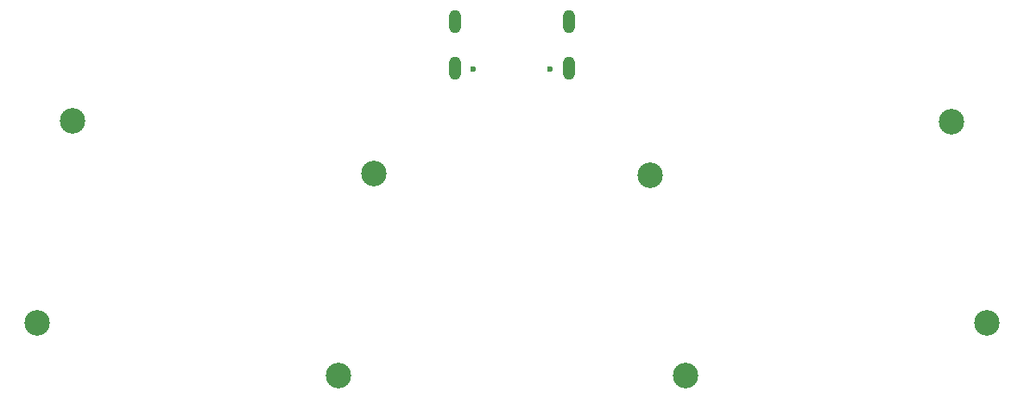
<source format=gbr>
%TF.GenerationSoftware,KiCad,Pcbnew,7.0.8*%
%TF.CreationDate,2023-12-10T13:03:46-06:00*%
%TF.ProjectId,sadcatz40,73616463-6174-47a3-9430-2e6b69636164,rev?*%
%TF.SameCoordinates,Original*%
%TF.FileFunction,Soldermask,Top*%
%TF.FilePolarity,Negative*%
%FSLAX46Y46*%
G04 Gerber Fmt 4.6, Leading zero omitted, Abs format (unit mm)*
G04 Created by KiCad (PCBNEW 7.0.8) date 2023-12-10 13:03:46*
%MOMM*%
%LPD*%
G01*
G04 APERTURE LIST*
%ADD10C,2.500000*%
%ADD11C,0.600000*%
%ADD12O,1.200000X2.300000*%
G04 APERTURE END LIST*
D10*
%TO.C,H3*%
X46563844Y-64065990D03*
%TD*%
%TO.C,H6*%
X136236870Y-44369835D03*
%TD*%
%TO.C,H2*%
X79601884Y-49461072D03*
%TD*%
%TO.C,H1*%
X50057653Y-44251630D03*
%TD*%
D11*
%TO.C,J1*%
X89354266Y-39184166D03*
X96854266Y-39184166D03*
D12*
X87529266Y-39104166D03*
X98679266Y-39104166D03*
X87529266Y-34504166D03*
X98679266Y-34504166D03*
%TD*%
D10*
%TO.C,H4*%
X76108079Y-69275439D03*
%TD*%
%TO.C,H7*%
X110165600Y-69275434D03*
%TD*%
%TO.C,H8*%
X139709834Y-64065989D03*
%TD*%
%TO.C,H5*%
X106692635Y-49579281D03*
%TD*%
M02*

</source>
